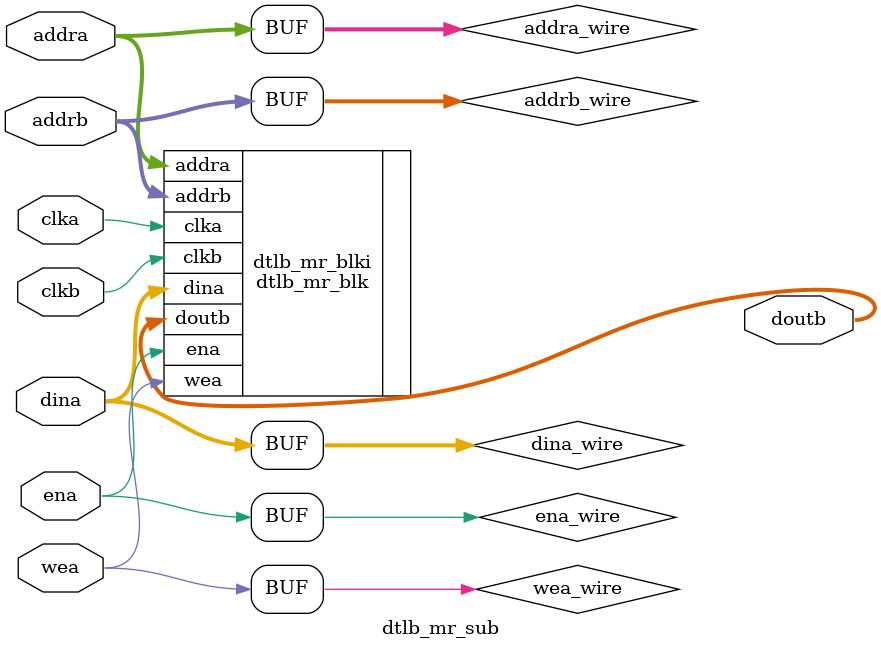
<source format=v>

/*******************************************************************************
*     This file is owned and controlled by Xilinx and must be used             *
*     solely for design, simulation, implementation and creation of            *
*     design files limited to Xilinx devices or technologies. Use              *
*     with non-Xilinx devices or technologies is expressly prohibited          *
*     and immediately terminates your license.                                 *
*                                                                              *
*     XILINX IS PROVIDING THIS DESIGN, CODE, OR INFORMATION "AS IS"            *
*     SOLELY FOR USE IN DEVELOPING PROGRAMS AND SOLUTIONS FOR                  *
*     XILINX DEVICES.  BY PROVIDING THIS DESIGN, CODE, OR INFORMATION          *
*     AS ONE POSSIBLE IMPLEMENTATION OF THIS FEATURE, APPLICATION              *
*     OR STANDARD, XILINX IS MAKING NO REPRESENTATION THAT THIS                *
*     IMPLEMENTATION IS FREE FROM ANY CLAIMS OF INFRINGEMENT,                  *
*     AND YOU ARE RESPONSIBLE FOR OBTAINING ANY RIGHTS YOU MAY REQUIRE         *
*     FOR YOUR IMPLEMENTATION.  XILINX EXPRESSLY DISCLAIMS ANY                 *
*     WARRANTY WHATSOEVER WITH RESPECT TO THE ADEQUACY OF THE                  *
*     IMPLEMENTATION, INCLUDING BUT NOT LIMITED TO ANY WARRANTIES OR           *
*     REPRESENTATIONS THAT THIS IMPLEMENTATION IS FREE FROM CLAIMS OF          *
*     INFRINGEMENT, IMPLIED WARRANTIES OF MERCHANTABILITY AND FITNESS          *
*     FOR A PARTICULAR PURPOSE.                                                *
*                                                                              *
*     Xilinx products are not intended for use in life support                 *
*     appliances, devices, or systems. Use in such applications are            *
*     expressly prohibited.                                                    *
*                                                                              *
*     (c) Copyright 1995-2009 Xilinx, Inc.                                     *
*     All rights reserved.                                                     *
*******************************************************************************/
// The synthesis directives "translate_off/translate_on" specified below are
// supported by Xilinx, Mentor Graphics and Synplicity synthesis
// tools. Ensure they are correct for your synthesis tool(s).

// You must compile the wrapper file dtlb_mr_blk.v when simulating
// the core, dtlb_mr_blk. When compiling the wrapper file, be sure to
// reference the XilinxCoreLib Verilog simulation library. For detailed
// instructions, please refer to the "CORE Generator Help".

`timescale 1ns/1ps

module dtlb_mr_sub(
	clka,
	ena,
	wea,
	addra,
	dina,
	clkb,
	addrb,
	doutb);


input clka;
input ena;
input [0 : 0] wea;
input [5 : 0] addra;
input [13 : 0] dina;
input clkb;
input [5 : 0] addrb;
output [13 : 0] doutb;

wire ena_wire;
wire [0 : 0] wea_wire;
wire [5 : 0] addra_wire;
wire [13 : 0] dina_wire;
wire [5 : 0] addrb_wire;

assign ena_wire = ena;
assign wea_wire = wea;
assign addra_wire = addra;
assign dina_wire = dina;
assign addrb_wire = addrb;

dtlb_mr_blk dtlb_mr_blki(
	.clka(clka),
	.ena(ena_wire),
	.wea(wea_wire),
	.addra(addra_wire),
	.dina(dina_wire),
	.clkb(clkb),
	.addrb(addrb_wire),
	.doutb(doutb));

endmodule


</source>
